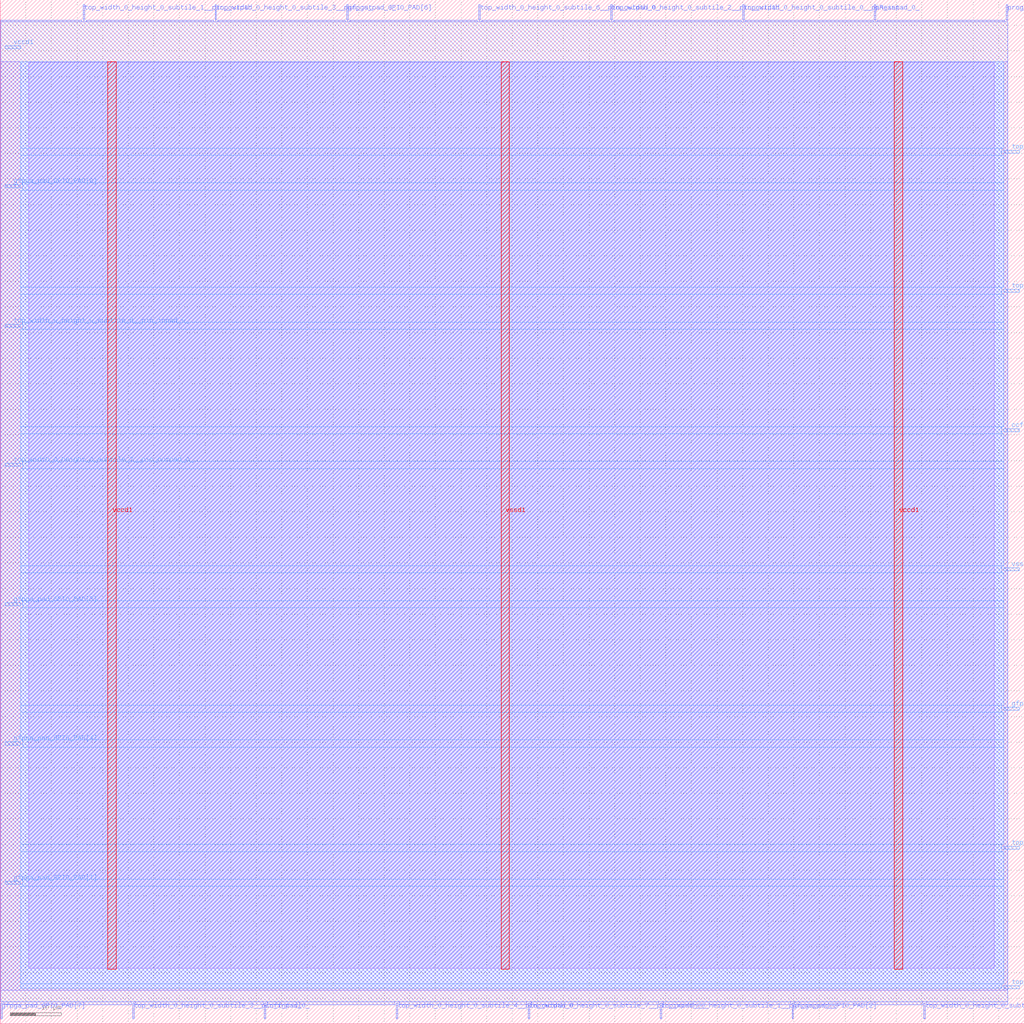
<source format=lef>
VERSION 5.7 ;
  NOWIREEXTENSIONATPIN ON ;
  DIVIDERCHAR "/" ;
  BUSBITCHARS "[]" ;
MACRO grid_io_bottom
  CLASS BLOCK ;
  FOREIGN grid_io_bottom ;
  ORIGIN 0.000 0.000 ;
  SIZE 200.000 BY 200.000 ;
  PIN ccff_head
    DIRECTION INPUT ;
    USE SIGNAL ;
    PORT
      LAYER met3 ;
        RECT 196.000 115.640 199.000 116.240 ;
    END
  END ccff_head
  PIN ccff_tail
    DIRECTION OUTPUT TRISTATE ;
    USE SIGNAL ;
    PORT
      LAYER met2 ;
        RECT 51.610 1.000 51.890 4.000 ;
    END
  END ccff_tail
  PIN gfpga_pad_GPIO_PAD[0]
    DIRECTION INOUT ;
    USE SIGNAL ;
    PORT
      LAYER met3 ;
        RECT 1.000 163.240 4.000 163.840 ;
    END
  END gfpga_pad_GPIO_PAD[0]
  PIN gfpga_pad_GPIO_PAD[1]
    DIRECTION INOUT ;
    USE SIGNAL ;
    PORT
      LAYER met3 ;
        RECT 1.000 27.240 4.000 27.840 ;
    END
  END gfpga_pad_GPIO_PAD[1]
  PIN gfpga_pad_GPIO_PAD[2]
    DIRECTION INOUT ;
    USE SIGNAL ;
    PORT
      LAYER met2 ;
        RECT 154.650 1.000 154.930 4.000 ;
    END
  END gfpga_pad_GPIO_PAD[2]
  PIN gfpga_pad_GPIO_PAD[3]
    DIRECTION INOUT ;
    USE SIGNAL ;
    PORT
      LAYER met3 ;
        RECT 1.000 81.640 4.000 82.240 ;
    END
  END gfpga_pad_GPIO_PAD[3]
  PIN gfpga_pad_GPIO_PAD[4]
    DIRECTION INOUT ;
    USE SIGNAL ;
    PORT
      LAYER met3 ;
        RECT 1.000 54.440 4.000 55.040 ;
    END
  END gfpga_pad_GPIO_PAD[4]
  PIN gfpga_pad_GPIO_PAD[5]
    DIRECTION INOUT ;
    USE SIGNAL ;
    PORT
      LAYER met3 ;
        RECT 196.000 61.240 199.000 61.840 ;
    END
  END gfpga_pad_GPIO_PAD[5]
  PIN gfpga_pad_GPIO_PAD[6]
    DIRECTION INOUT ;
    USE SIGNAL ;
    PORT
      LAYER met2 ;
        RECT 67.710 196.000 67.990 199.000 ;
    END
  END gfpga_pad_GPIO_PAD[6]
  PIN gfpga_pad_GPIO_PAD[7]
    DIRECTION INOUT ;
    USE SIGNAL ;
    PORT
      LAYER met2 ;
        RECT 0.090 1.000 0.370 4.000 ;
    END
  END gfpga_pad_GPIO_PAD[7]
  PIN pReset
    DIRECTION INPUT ;
    USE SIGNAL ;
    PORT
      LAYER met2 ;
        RECT 170.750 196.000 171.030 199.000 ;
    END
  END pReset
  PIN prog_clk
    DIRECTION INPUT ;
    USE SIGNAL ;
    PORT
      LAYER met2 ;
        RECT 196.510 196.000 196.790 199.000 ;
    END
  END prog_clk
  PIN top_width_0_height_0_subtile_0__pin_inpad_0_
    DIRECTION OUTPUT TRISTATE ;
    USE SIGNAL ;
    PORT
      LAYER met2 ;
        RECT 144.990 196.000 145.270 199.000 ;
    END
  END top_width_0_height_0_subtile_0__pin_inpad_0_
  PIN top_width_0_height_0_subtile_0__pin_outpad_0_
    DIRECTION INPUT ;
    USE SIGNAL ;
    PORT
      LAYER met3 ;
        RECT 196.000 6.840 199.000 7.440 ;
    END
  END top_width_0_height_0_subtile_0__pin_outpad_0_
  PIN top_width_0_height_0_subtile_1__pin_inpad_0_
    DIRECTION OUTPUT TRISTATE ;
    USE SIGNAL ;
    PORT
      LAYER met2 ;
        RECT 128.890 1.000 129.170 4.000 ;
    END
  END top_width_0_height_0_subtile_1__pin_inpad_0_
  PIN top_width_0_height_0_subtile_1__pin_outpad_0_
    DIRECTION INPUT ;
    USE SIGNAL ;
    PORT
      LAYER met2 ;
        RECT 16.190 196.000 16.470 199.000 ;
    END
  END top_width_0_height_0_subtile_1__pin_outpad_0_
  PIN top_width_0_height_0_subtile_2__pin_inpad_0_
    DIRECTION OUTPUT TRISTATE ;
    USE SIGNAL ;
    PORT
      LAYER met2 ;
        RECT 180.410 1.000 180.690 4.000 ;
    END
  END top_width_0_height_0_subtile_2__pin_inpad_0_
  PIN top_width_0_height_0_subtile_2__pin_outpad_0_
    DIRECTION INPUT ;
    USE SIGNAL ;
    PORT
      LAYER met2 ;
        RECT 119.230 196.000 119.510 199.000 ;
    END
  END top_width_0_height_0_subtile_2__pin_outpad_0_
  PIN top_width_0_height_0_subtile_3__pin_inpad_0_
    DIRECTION OUTPUT TRISTATE ;
    USE SIGNAL ;
    PORT
      LAYER met2 ;
        RECT 25.850 1.000 26.130 4.000 ;
    END
  END top_width_0_height_0_subtile_3__pin_inpad_0_
  PIN top_width_0_height_0_subtile_3__pin_outpad_0_
    DIRECTION INPUT ;
    USE SIGNAL ;
    PORT
      LAYER met2 ;
        RECT 41.950 196.000 42.230 199.000 ;
    END
  END top_width_0_height_0_subtile_3__pin_outpad_0_
  PIN top_width_0_height_0_subtile_4__pin_inpad_0_
    DIRECTION OUTPUT TRISTATE ;
    USE SIGNAL ;
    PORT
      LAYER met3 ;
        RECT 196.000 34.040 199.000 34.640 ;
    END
  END top_width_0_height_0_subtile_4__pin_inpad_0_
  PIN top_width_0_height_0_subtile_4__pin_outpad_0_
    DIRECTION INPUT ;
    USE SIGNAL ;
    PORT
      LAYER met2 ;
        RECT 77.370 1.000 77.650 4.000 ;
    END
  END top_width_0_height_0_subtile_4__pin_outpad_0_
  PIN top_width_0_height_0_subtile_5__pin_inpad_0_
    DIRECTION OUTPUT TRISTATE ;
    USE SIGNAL ;
    PORT
      LAYER met3 ;
        RECT 196.000 142.840 199.000 143.440 ;
    END
  END top_width_0_height_0_subtile_5__pin_inpad_0_
  PIN top_width_0_height_0_subtile_5__pin_outpad_0_
    DIRECTION INPUT ;
    USE SIGNAL ;
    PORT
      LAYER met3 ;
        RECT 196.000 170.040 199.000 170.640 ;
    END
  END top_width_0_height_0_subtile_5__pin_outpad_0_
  PIN top_width_0_height_0_subtile_6__pin_inpad_0_
    DIRECTION OUTPUT TRISTATE ;
    USE SIGNAL ;
    PORT
      LAYER met3 ;
        RECT 1.000 136.040 4.000 136.640 ;
    END
  END top_width_0_height_0_subtile_6__pin_inpad_0_
  PIN top_width_0_height_0_subtile_6__pin_outpad_0_
    DIRECTION INPUT ;
    USE SIGNAL ;
    PORT
      LAYER met2 ;
        RECT 93.470 196.000 93.750 199.000 ;
    END
  END top_width_0_height_0_subtile_6__pin_outpad_0_
  PIN top_width_0_height_0_subtile_7__pin_inpad_0_
    DIRECTION OUTPUT TRISTATE ;
    USE SIGNAL ;
    PORT
      LAYER met2 ;
        RECT 103.130 1.000 103.410 4.000 ;
    END
  END top_width_0_height_0_subtile_7__pin_inpad_0_
  PIN top_width_0_height_0_subtile_7__pin_outpad_0_
    DIRECTION INPUT ;
    USE SIGNAL ;
    PORT
      LAYER met3 ;
        RECT 1.000 108.840 4.000 109.440 ;
    END
  END top_width_0_height_0_subtile_7__pin_outpad_0_
  PIN vccd1
    DIRECTION INOUT ;
    USE SIGNAL ;
    PORT
      LAYER met3 ;
        RECT 1.000 190.440 4.000 191.040 ;
    END
    PORT
      LAYER met4 ;
        RECT 21.040 10.640 22.640 187.920 ;
    END
    PORT
      LAYER met4 ;
        RECT 174.640 10.640 176.240 187.920 ;
    END
  END vccd1
  PIN vssd1
    DIRECTION INOUT ;
    USE SIGNAL ;
    PORT
      LAYER met3 ;
        RECT 196.000 88.440 199.000 89.040 ;
    END
    PORT
      LAYER met4 ;
        RECT 97.840 10.640 99.440 187.920 ;
    END
  END vssd1
  OBS
      LAYER li1 ;
        RECT 5.520 10.795 194.120 187.765 ;
      LAYER met1 ;
        RECT 0.070 6.500 196.810 187.920 ;
      LAYER met2 ;
        RECT 0.100 195.720 15.910 196.000 ;
        RECT 16.750 195.720 41.670 196.000 ;
        RECT 42.510 195.720 67.430 196.000 ;
        RECT 68.270 195.720 93.190 196.000 ;
        RECT 94.030 195.720 118.950 196.000 ;
        RECT 119.790 195.720 144.710 196.000 ;
        RECT 145.550 195.720 170.470 196.000 ;
        RECT 171.310 195.720 196.230 196.000 ;
        RECT 0.100 4.280 196.780 195.720 ;
        RECT 0.650 3.670 25.570 4.280 ;
        RECT 26.410 3.670 51.330 4.280 ;
        RECT 52.170 3.670 77.090 4.280 ;
        RECT 77.930 3.670 102.850 4.280 ;
        RECT 103.690 3.670 128.610 4.280 ;
        RECT 129.450 3.670 154.370 4.280 ;
        RECT 155.210 3.670 180.130 4.280 ;
        RECT 180.970 3.670 196.780 4.280 ;
      LAYER met3 ;
        RECT 4.000 171.040 196.000 187.845 ;
        RECT 4.000 169.640 195.600 171.040 ;
        RECT 4.000 164.240 196.000 169.640 ;
        RECT 4.400 162.840 196.000 164.240 ;
        RECT 4.000 143.840 196.000 162.840 ;
        RECT 4.000 142.440 195.600 143.840 ;
        RECT 4.000 137.040 196.000 142.440 ;
        RECT 4.400 135.640 196.000 137.040 ;
        RECT 4.000 116.640 196.000 135.640 ;
        RECT 4.000 115.240 195.600 116.640 ;
        RECT 4.000 109.840 196.000 115.240 ;
        RECT 4.400 108.440 196.000 109.840 ;
        RECT 4.000 89.440 196.000 108.440 ;
        RECT 4.000 88.040 195.600 89.440 ;
        RECT 4.000 82.640 196.000 88.040 ;
        RECT 4.400 81.240 196.000 82.640 ;
        RECT 4.000 62.240 196.000 81.240 ;
        RECT 4.000 60.840 195.600 62.240 ;
        RECT 4.000 55.440 196.000 60.840 ;
        RECT 4.400 54.040 196.000 55.440 ;
        RECT 4.000 35.040 196.000 54.040 ;
        RECT 4.000 33.640 195.600 35.040 ;
        RECT 4.000 28.240 196.000 33.640 ;
        RECT 4.400 26.840 196.000 28.240 ;
        RECT 4.000 7.840 196.000 26.840 ;
        RECT 4.000 6.975 195.600 7.840 ;
  END
END grid_io_bottom
END LIBRARY


</source>
